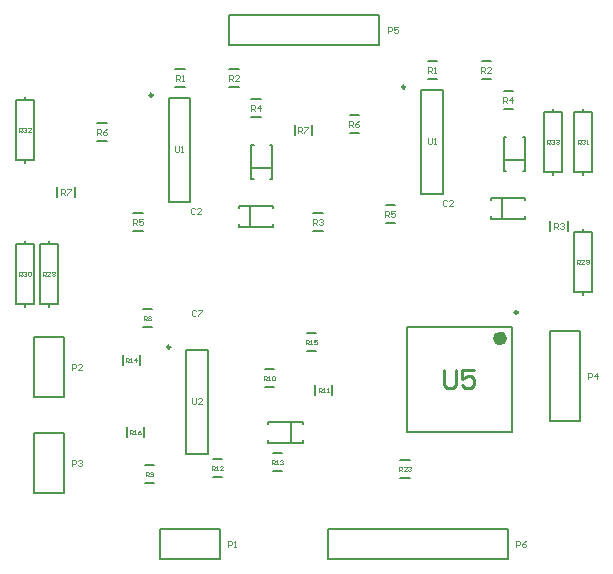
<source format=gbr>
G04 Layer_Color=65535*
%FSLAX26Y26*%
%MOIN*%
%TF.FileFunction,Legend,Top*%
%TF.Part,Single*%
G01*
G75*
%TA.AperFunction,NonConductor*%
%ADD29C,0.009842*%
%ADD30C,0.023622*%
%ADD31C,0.007874*%
%ADD32C,0.010000*%
%ADD33C,0.004000*%
%ADD34C,0.003000*%
D29*
X2327756Y2663465D02*
G03*
X2327756Y2663465I-4921J0D01*
G01*
X2703149Y1912441D02*
G03*
X2703149Y1912441I-4921J0D01*
G01*
X1485945Y2636535D02*
G03*
X1485945Y2636535I-4921J0D01*
G01*
X1544765Y1796535D02*
G03*
X1544765Y1796535I-4921J0D01*
G01*
D30*
X2655904Y1825827D02*
G03*
X2655904Y1825827I-11811J0D01*
G01*
D31*
X2381890Y2306772D02*
Y2653228D01*
X2452756Y2306772D02*
Y2653228D01*
X2381890D02*
X2452756D01*
X2381890Y2306772D02*
X2452756D01*
X1090000Y1830000D02*
X1190000D01*
Y1630000D02*
Y1830000D01*
X1090000Y1630000D02*
X1190000D01*
X1090000D02*
Y1830000D01*
Y1510000D02*
X1190000D01*
Y1310000D02*
Y1510000D01*
X1090000Y1310000D02*
X1190000D01*
X1090000D02*
Y1510000D01*
X2810000Y1550000D02*
Y1850000D01*
Y1550000D02*
X2910000D01*
Y1850000D01*
X2810000D02*
X2910000D01*
X2311810Y1419528D02*
X2343306D01*
X2311810Y1360472D02*
X2343306D01*
X2333070Y1514804D02*
Y1865196D01*
X2683464Y1514804D02*
Y1865196D01*
X2333070Y1514804D02*
X2683464D01*
X2333070Y1865196D02*
X2683464D01*
X2070000Y1090000D02*
Y1190000D01*
X2670000Y1090000D02*
Y1190000D01*
X2070000Y1090000D02*
X2670000D01*
X2070000Y1190000D02*
X2670000D01*
X1741850Y2804488D02*
Y2904488D01*
X2241850D01*
X1741850Y2804488D02*
X2241850D01*
Y2904488D01*
X1510000Y1090000D02*
Y1190000D01*
X1710000D01*
Y1090000D02*
Y1190000D01*
X1510000Y1090000D02*
X1710000D01*
X1772914Y2197636D02*
Y2205510D01*
X1887088Y2197636D02*
Y2205510D01*
Y2260630D02*
Y2268504D01*
X1772914Y2260630D02*
Y2268504D01*
X1810316Y2197636D02*
Y2268504D01*
X1772914D02*
X1887088D01*
X1772914Y2197636D02*
X1887088D01*
X1877560Y2355984D02*
X1885434D01*
X1877560Y2470156D02*
X1885434D01*
X1814568D02*
X1822442D01*
X1814568Y2355984D02*
X1822442D01*
X1814568Y2393386D02*
X1885434D01*
X1814568Y2355984D02*
Y2470156D01*
X1885434Y2355984D02*
Y2470156D01*
X2614724Y2224566D02*
Y2232440D01*
X2728898Y2224566D02*
Y2232440D01*
Y2287558D02*
Y2295434D01*
X2614724Y2287558D02*
Y2295434D01*
X2652126Y2224566D02*
Y2295434D01*
X2614724D02*
X2728898D01*
X2614724Y2224566D02*
X2728898D01*
X2719370Y2382914D02*
X2727244D01*
X2719370Y2497086D02*
X2727244D01*
X2656378D02*
X2664252D01*
X2656378Y2382914D02*
X2664252D01*
X2656378Y2420314D02*
X2727244D01*
X2656378Y2382914D02*
Y2497086D01*
X2727244Y2382914D02*
Y2497086D01*
X2869528Y2184252D02*
Y2215748D01*
X2810472Y2184252D02*
Y2215748D01*
X2402992Y2749528D02*
X2434488D01*
X2402992Y2690472D02*
X2434488D01*
X2142992Y2510472D02*
X2174488D01*
X2142992Y2569528D02*
X2174488D01*
X2262992Y2210472D02*
X2294488D01*
X2262992Y2269528D02*
X2294488D01*
X2582992Y2690472D02*
X2614488D01*
X2582992Y2749528D02*
X2614488D01*
X2656064Y2590472D02*
X2687560D01*
X2656064Y2649528D02*
X2687560D01*
X1959212Y2504252D02*
Y2535748D01*
X2018268Y2504252D02*
Y2535748D01*
X1561182Y2722598D02*
X1592678D01*
X1561182Y2663542D02*
X1592678D01*
X1741182D02*
X1772678D01*
X1741182Y2722598D02*
X1772678D01*
X2021182Y2242598D02*
X2052678D01*
X2021182Y2183542D02*
X2052678D01*
X1814252Y2563542D02*
X1845748D01*
X1814252Y2622598D02*
X1845748D01*
X1421182Y2183542D02*
X1452678D01*
X1421182Y2242598D02*
X1452678D01*
X1301182Y2483542D02*
X1332678D01*
X1301182Y2542598D02*
X1332678D01*
X1167402Y2297322D02*
Y2328818D01*
X1226458Y2297322D02*
Y2328818D01*
X1540080Y2279842D02*
Y2626298D01*
X1610946Y2279842D02*
Y2626298D01*
X1540080D02*
X1610946D01*
X1540080Y2279842D02*
X1610946D01*
X2820000Y2580000D02*
Y2589000D01*
Y2371000D02*
Y2380000D01*
Y2580000D02*
X2850000D01*
Y2380000D02*
Y2580000D01*
X2790000Y2380000D02*
X2850000D01*
X2790000D02*
Y2580000D01*
X2820000D01*
X1060000Y2620000D02*
Y2629000D01*
Y2411000D02*
Y2420000D01*
Y2620000D02*
X1090000D01*
Y2420000D02*
Y2620000D01*
X1030000Y2420000D02*
X1090000D01*
X1030000D02*
Y2620000D01*
X1060000D01*
X2920000Y2580000D02*
Y2589000D01*
Y2371000D02*
Y2380000D01*
Y2580000D02*
X2950000D01*
Y2380000D02*
Y2580000D01*
X2890000Y2380000D02*
X2950000D01*
X2890000D02*
Y2580000D01*
X2920000D01*
X1060000Y1931000D02*
Y1940000D01*
Y2140000D02*
Y2149000D01*
X1030000Y1940000D02*
X1060000D01*
X1030000D02*
Y2140000D01*
X1090000D01*
Y1940000D02*
Y2140000D01*
X1060000Y1940000D02*
X1090000D01*
X2920000Y2180000D02*
Y2189000D01*
Y1971000D02*
Y1980000D01*
Y2180000D02*
X2950000D01*
Y1980000D02*
Y2180000D01*
X2890000Y1980000D02*
X2950000D01*
X2890000D02*
Y2180000D01*
X2920000D01*
X1140000Y1931000D02*
Y1940000D01*
Y2140000D02*
Y2149000D01*
X1110000Y1940000D02*
X1140000D01*
X1110000D02*
Y2140000D01*
X1170000D01*
Y1940000D02*
Y2140000D01*
X1140000Y1940000D02*
X1170000D01*
X2000002Y1842598D02*
X2031498D01*
X2000002Y1783542D02*
X2031498D01*
X1860002Y1722598D02*
X1891498D01*
X1860002Y1663542D02*
X1891498D01*
X1686852Y1422598D02*
X1718348D01*
X1686852Y1363542D02*
X1718348D01*
X1399292Y1497322D02*
Y1528818D01*
X1458348Y1497322D02*
Y1528818D01*
X1985908Y1540630D02*
Y1548504D01*
X1871734Y1540630D02*
Y1548504D01*
Y1477636D02*
Y1485512D01*
X1985908Y1477636D02*
Y1485512D01*
X1948506Y1477636D02*
Y1548504D01*
X1871734Y1477636D02*
X1985908D01*
X1871734Y1548504D02*
X1985908D01*
X2085278Y1637322D02*
Y1668818D01*
X2026222Y1637322D02*
Y1668818D01*
X1598900Y1439842D02*
Y1786298D01*
X1669766Y1439842D02*
Y1786298D01*
X1598900D02*
X1669766D01*
X1598900Y1439842D02*
X1669766D01*
X1452442Y1863542D02*
X1483938D01*
X1452442Y1922598D02*
X1483938D01*
X1886852Y1383542D02*
X1918348D01*
X1886852Y1442598D02*
X1918348D01*
X1386222Y1737322D02*
Y1768818D01*
X1445278Y1737322D02*
Y1768818D01*
X1460002Y1343542D02*
X1491498D01*
X1460002Y1402598D02*
X1491498D01*
D32*
X2458558Y1719981D02*
Y1669997D01*
X2468555Y1660000D01*
X2488548D01*
X2498545Y1669997D01*
Y1719981D01*
X2558526D02*
X2518539D01*
Y1689990D01*
X2538532Y1699987D01*
X2548529D01*
X2558526Y1689990D01*
Y1669997D01*
X2548529Y1660000D01*
X2528535D01*
X2518539Y1669997D01*
D33*
X1618000Y1627994D02*
Y1611332D01*
X1621332Y1608000D01*
X1627997D01*
X1631329Y1611332D01*
Y1627994D01*
X1651322Y1608000D02*
X1637994D01*
X1651322Y1621329D01*
Y1624661D01*
X1647990Y1627994D01*
X1641326D01*
X1637994Y1624661D01*
X1562000Y2467994D02*
Y2451332D01*
X1565332Y2448000D01*
X1571997D01*
X1575329Y2451332D01*
Y2467994D01*
X1581994Y2448000D02*
X1588658D01*
X1585326D01*
Y2467994D01*
X1581994Y2464661D01*
X2404000Y2494994D02*
Y2478332D01*
X2407332Y2475000D01*
X2413997D01*
X2417329Y2478332D01*
Y2494994D01*
X2423994Y2475000D02*
X2430658D01*
X2427326D01*
Y2494994D01*
X2423994Y2491661D01*
X1180000Y2303000D02*
Y2322994D01*
X1189997D01*
X1193329Y2319661D01*
Y2312997D01*
X1189997Y2309664D01*
X1180000D01*
X1186665D02*
X1193329Y2303000D01*
X1199994Y2322994D02*
X1213322D01*
Y2319661D01*
X1199994Y2306332D01*
Y2303000D01*
X1972000Y2510000D02*
Y2529994D01*
X1981997D01*
X1985329Y2526661D01*
Y2519997D01*
X1981997Y2516664D01*
X1972000D01*
X1978665D02*
X1985329Y2510000D01*
X1991994Y2529994D02*
X2005322D01*
Y2526661D01*
X1991994Y2513332D01*
Y2510000D01*
X1300000Y2503000D02*
Y2522994D01*
X1309997D01*
X1313329Y2519661D01*
Y2512997D01*
X1309997Y2509664D01*
X1300000D01*
X1306665D02*
X1313329Y2503000D01*
X1333322Y2522994D02*
X1326658Y2519661D01*
X1319994Y2512997D01*
Y2506332D01*
X1323326Y2503000D01*
X1329990D01*
X1333322Y2506332D01*
Y2509664D01*
X1329990Y2512997D01*
X1319994D01*
X2142000Y2530000D02*
Y2549994D01*
X2151997D01*
X2155329Y2546661D01*
Y2539997D01*
X2151997Y2536664D01*
X2142000D01*
X2148664D02*
X2155329Y2530000D01*
X2175323Y2549994D02*
X2168658Y2546661D01*
X2161994Y2539997D01*
Y2533332D01*
X2165326Y2530000D01*
X2171990D01*
X2175323Y2533332D01*
Y2536664D01*
X2171990Y2539997D01*
X2161994D01*
X1420000Y2203000D02*
Y2222994D01*
X1429997D01*
X1433329Y2219661D01*
Y2212997D01*
X1429997Y2209664D01*
X1420000D01*
X1426665D02*
X1433329Y2203000D01*
X1453322Y2222994D02*
X1439994D01*
Y2212997D01*
X1446658Y2216329D01*
X1449990D01*
X1453322Y2212997D01*
Y2206332D01*
X1449990Y2203000D01*
X1443326D01*
X1439994Y2206332D01*
X2262000Y2230000D02*
Y2249994D01*
X2271997D01*
X2275329Y2246661D01*
Y2239997D01*
X2271997Y2236664D01*
X2262000D01*
X2268664D02*
X2275329Y2230000D01*
X2295323Y2249994D02*
X2281994D01*
Y2239997D01*
X2288658Y2243329D01*
X2291990D01*
X2295323Y2239997D01*
Y2233332D01*
X2291990Y2230000D01*
X2285326D01*
X2281994Y2233332D01*
X1813000Y2583000D02*
Y2602994D01*
X1822997D01*
X1826329Y2599661D01*
Y2592997D01*
X1822997Y2589664D01*
X1813000D01*
X1819665D02*
X1826329Y2583000D01*
X1842990D02*
Y2602994D01*
X1832994Y2592997D01*
X1846322D01*
X2655000Y2610000D02*
Y2629994D01*
X2664997D01*
X2668329Y2626661D01*
Y2619997D01*
X2664997Y2616664D01*
X2655000D01*
X2661664D02*
X2668329Y2610000D01*
X2684990D02*
Y2629994D01*
X2674994Y2619997D01*
X2688323D01*
X2020000Y2203000D02*
Y2222994D01*
X2029997D01*
X2033329Y2219661D01*
Y2212997D01*
X2029997Y2209664D01*
X2020000D01*
X2026665D02*
X2033329Y2203000D01*
X2039994Y2219661D02*
X2043326Y2222994D01*
X2049990D01*
X2053323Y2219661D01*
Y2216329D01*
X2049990Y2212997D01*
X2046658D01*
X2049990D01*
X2053323Y2209664D01*
Y2206332D01*
X2049990Y2203000D01*
X2043326D01*
X2039994Y2206332D01*
X2823000Y2190000D02*
Y2209994D01*
X2832997D01*
X2836329Y2206661D01*
Y2199997D01*
X2832997Y2196664D01*
X2823000D01*
X2829664D02*
X2836329Y2190000D01*
X2842994Y2206661D02*
X2846326Y2209994D01*
X2852990D01*
X2856323Y2206661D01*
Y2203329D01*
X2852990Y2199997D01*
X2849658D01*
X2852990D01*
X2856323Y2196664D01*
Y2193332D01*
X2852990Y2190000D01*
X2846326D01*
X2842994Y2193332D01*
X1740000Y2683000D02*
Y2702994D01*
X1749997D01*
X1753329Y2699661D01*
Y2692997D01*
X1749997Y2689664D01*
X1740000D01*
X1746665D02*
X1753329Y2683000D01*
X1773322D02*
X1759994D01*
X1773322Y2696329D01*
Y2699661D01*
X1769990Y2702994D01*
X1763326D01*
X1759994Y2699661D01*
X2582000Y2710000D02*
Y2729994D01*
X2591997D01*
X2595329Y2726661D01*
Y2719997D01*
X2591997Y2716664D01*
X2582000D01*
X2588664D02*
X2595329Y2710000D01*
X2615323D02*
X2601994D01*
X2615323Y2723329D01*
Y2726661D01*
X2611990Y2729994D01*
X2605326D01*
X2601994Y2726661D01*
X1564000Y2683000D02*
Y2702994D01*
X1573997D01*
X1577329Y2699661D01*
Y2692997D01*
X1573997Y2689664D01*
X1564000D01*
X1570665D02*
X1577329Y2683000D01*
X1583994D02*
X1590658D01*
X1587326D01*
Y2702994D01*
X1583994Y2699661D01*
X2405000Y2710000D02*
Y2729994D01*
X2414997D01*
X2418329Y2726661D01*
Y2719997D01*
X2414997Y2716664D01*
X2405000D01*
X2411664D02*
X2418329Y2710000D01*
X2424994D02*
X2431658D01*
X2428326D01*
Y2729994D01*
X2424994Y2726661D01*
X2698000Y1130000D02*
Y1149994D01*
X2707997D01*
X2711329Y1146661D01*
Y1139997D01*
X2707997Y1136665D01*
X2698000D01*
X2731323Y1149994D02*
X2724658Y1146661D01*
X2717994Y1139997D01*
Y1133332D01*
X2721326Y1130000D01*
X2727990D01*
X2731323Y1133332D01*
Y1136665D01*
X2727990Y1139997D01*
X2717994D01*
X2270000Y2844000D02*
Y2863994D01*
X2279997D01*
X2283329Y2860661D01*
Y2853997D01*
X2279997Y2850664D01*
X2270000D01*
X2303323Y2863994D02*
X2289994D01*
Y2853997D01*
X2296658Y2857329D01*
X2299990D01*
X2303323Y2853997D01*
Y2847332D01*
X2299990Y2844000D01*
X2293326D01*
X2289994Y2847332D01*
X2938000Y1690000D02*
Y1709994D01*
X2947997D01*
X2951329Y1706661D01*
Y1699997D01*
X2947997Y1696665D01*
X2938000D01*
X2967990Y1690000D02*
Y1709994D01*
X2957994Y1699997D01*
X2971323D01*
X1218000Y1400000D02*
Y1419994D01*
X1227997D01*
X1231329Y1416661D01*
Y1409997D01*
X1227997Y1406665D01*
X1218000D01*
X1237994Y1416661D02*
X1241326Y1419994D01*
X1247990D01*
X1251322Y1416661D01*
Y1413329D01*
X1247990Y1409997D01*
X1244658D01*
X1247990D01*
X1251322Y1406665D01*
Y1403332D01*
X1247990Y1400000D01*
X1241326D01*
X1237994Y1403332D01*
X1218000Y1720000D02*
Y1739994D01*
X1227997D01*
X1231329Y1736661D01*
Y1729997D01*
X1227997Y1726665D01*
X1218000D01*
X1251322Y1720000D02*
X1237994D01*
X1251322Y1733329D01*
Y1736661D01*
X1247990Y1739994D01*
X1241326D01*
X1237994Y1736661D01*
X1738000Y1130000D02*
Y1149994D01*
X1747997D01*
X1751329Y1146661D01*
Y1139997D01*
X1747997Y1136665D01*
X1738000D01*
X1757994Y1130000D02*
X1764658D01*
X1761326D01*
Y1149994D01*
X1757994Y1146661D01*
X1632329Y1917661D02*
X1628997Y1920994D01*
X1622332D01*
X1619000Y1917661D01*
Y1904332D01*
X1622332Y1901000D01*
X1628997D01*
X1632329Y1904332D01*
X1638994Y1920994D02*
X1652322D01*
Y1917661D01*
X1638994Y1904332D01*
Y1901000D01*
X1626329Y2257661D02*
X1622997Y2260994D01*
X1616332D01*
X1613000Y2257661D01*
Y2244332D01*
X1616332Y2241000D01*
X1622997D01*
X1626329Y2244332D01*
X1646322Y2241000D02*
X1632994D01*
X1646322Y2254329D01*
Y2257661D01*
X1642990Y2260994D01*
X1636326D01*
X1632994Y2257661D01*
X2468329Y2284661D02*
X2464997Y2287994D01*
X2458332D01*
X2455000Y2284661D01*
Y2271332D01*
X2458332Y2268000D01*
X2464997D01*
X2468329Y2271332D01*
X2488323Y2268000D02*
X2474994D01*
X2488323Y2281329D01*
Y2284661D01*
X2484990Y2287994D01*
X2478326D01*
X2474994Y2284661D01*
D34*
X2307558Y1383000D02*
Y1397995D01*
X2315056D01*
X2317555Y1395496D01*
Y1390498D01*
X2315056Y1387998D01*
X2307558D01*
X2312556D02*
X2317555Y1383000D01*
X2332550D02*
X2322553D01*
X2332550Y1392997D01*
Y1395496D01*
X2330051Y1397995D01*
X2325052D01*
X2322553Y1395496D01*
X2337548D02*
X2340048Y1397995D01*
X2345046D01*
X2347545Y1395496D01*
Y1392997D01*
X2345046Y1390498D01*
X2342547D01*
X2345046D01*
X2347545Y1387998D01*
Y1385499D01*
X2345046Y1383000D01*
X2340048D01*
X2337548Y1385499D01*
X1410000Y1506000D02*
Y1520995D01*
X1417498D01*
X1419997Y1518496D01*
Y1513498D01*
X1417498Y1510998D01*
X1410000D01*
X1414998D02*
X1419997Y1506000D01*
X1424995D02*
X1429994D01*
X1427494D01*
Y1520995D01*
X1424995Y1518496D01*
X1447488Y1520995D02*
X1442490Y1518496D01*
X1437491Y1513498D01*
Y1508499D01*
X1439990Y1506000D01*
X1444989D01*
X1447488Y1508499D01*
Y1510998D01*
X1444989Y1513498D01*
X1437491D01*
X1997000Y1806000D02*
Y1820995D01*
X2004498D01*
X2006997Y1818496D01*
Y1813498D01*
X2004498Y1810998D01*
X1997000D01*
X2001998D02*
X2006997Y1806000D01*
X2011995D02*
X2016994D01*
X2014494D01*
Y1820995D01*
X2011995Y1818496D01*
X2034488Y1820995D02*
X2024491D01*
Y1813498D01*
X2029490Y1815997D01*
X2031989D01*
X2034488Y1813498D01*
Y1808499D01*
X2031989Y1806000D01*
X2026990D01*
X2024491Y1808499D01*
X1397000Y1746000D02*
Y1760995D01*
X1404498D01*
X1406997Y1758496D01*
Y1753498D01*
X1404498Y1750998D01*
X1397000D01*
X1401998D02*
X1406997Y1746000D01*
X1411995D02*
X1416994D01*
X1414494D01*
Y1760995D01*
X1411995Y1758496D01*
X1431989Y1746000D02*
Y1760995D01*
X1424491Y1753498D01*
X1434488D01*
X1884000Y1406000D02*
Y1420995D01*
X1891498D01*
X1893997Y1418496D01*
Y1413498D01*
X1891498Y1410998D01*
X1884000D01*
X1888998D02*
X1893997Y1406000D01*
X1898995D02*
X1903994D01*
X1901494D01*
Y1420995D01*
X1898995Y1418496D01*
X1911491D02*
X1913990Y1420995D01*
X1918989D01*
X1921488Y1418496D01*
Y1415997D01*
X1918989Y1413498D01*
X1916490D01*
X1918989D01*
X1921488Y1410998D01*
Y1408499D01*
X1918989Y1406000D01*
X1913990D01*
X1911491Y1408499D01*
X1684000Y1386000D02*
Y1400995D01*
X1691498D01*
X1693997Y1398496D01*
Y1393498D01*
X1691498Y1390998D01*
X1684000D01*
X1688998D02*
X1693997Y1386000D01*
X1698995D02*
X1703994D01*
X1701494D01*
Y1400995D01*
X1698995Y1398496D01*
X1721488Y1386000D02*
X1711491D01*
X1721488Y1395997D01*
Y1398496D01*
X1718989Y1400995D01*
X1713990D01*
X1711491Y1398496D01*
X2040000Y1646000D02*
Y1660995D01*
X2047498D01*
X2049997Y1658496D01*
Y1653498D01*
X2047498Y1650998D01*
X2040000D01*
X2044998D02*
X2049997Y1646000D01*
X2054995D02*
X2059994D01*
X2057494D01*
Y1660995D01*
X2054995Y1658496D01*
X2067491Y1646000D02*
X2072490D01*
X2069990D01*
Y1660995D01*
X2067491Y1658496D01*
X1857000Y1686000D02*
Y1700995D01*
X1864498D01*
X1866997Y1698496D01*
Y1693498D01*
X1864498Y1690998D01*
X1857000D01*
X1861998D02*
X1866997Y1686000D01*
X1871995D02*
X1876994D01*
X1874494D01*
Y1700995D01*
X1871995Y1698496D01*
X1884491D02*
X1886990Y1700995D01*
X1891989D01*
X1894488Y1698496D01*
Y1688499D01*
X1891989Y1686000D01*
X1886990D01*
X1884491Y1688499D01*
Y1698496D01*
X1463000Y1366000D02*
Y1380995D01*
X1470498D01*
X1472997Y1378496D01*
Y1373498D01*
X1470498Y1370998D01*
X1463000D01*
X1467998D02*
X1472997Y1366000D01*
X1477995Y1368499D02*
X1480494Y1366000D01*
X1485493D01*
X1487992Y1368499D01*
Y1378496D01*
X1485493Y1380995D01*
X1480494D01*
X1477995Y1378496D01*
Y1375997D01*
X1480494Y1373498D01*
X1487992D01*
X1456000Y1886000D02*
Y1900995D01*
X1463498D01*
X1465997Y1898496D01*
Y1893498D01*
X1463498Y1890998D01*
X1456000D01*
X1460998D02*
X1465997Y1886000D01*
X1470995Y1898496D02*
X1473494Y1900995D01*
X1478493D01*
X1480992Y1898496D01*
Y1895997D01*
X1478493Y1893498D01*
X1480992Y1890998D01*
Y1888499D01*
X1478493Y1886000D01*
X1473494D01*
X1470995Y1888499D01*
Y1890998D01*
X1473494Y1893498D01*
X1470995Y1895997D01*
Y1898496D01*
X1473494Y1893498D02*
X1478493D01*
X1120000Y2033000D02*
Y2047995D01*
X1127498D01*
X1129997Y2045496D01*
Y2040498D01*
X1127498Y2037998D01*
X1120000D01*
X1124998D02*
X1129997Y2033000D01*
X1144992D02*
X1134995D01*
X1144992Y2042997D01*
Y2045496D01*
X1142493Y2047995D01*
X1137494D01*
X1134995Y2045496D01*
X1149990D02*
X1152490Y2047995D01*
X1157488D01*
X1159987Y2045496D01*
Y2042997D01*
X1157488Y2040498D01*
X1159987Y2037998D01*
Y2035499D01*
X1157488Y2033000D01*
X1152490D01*
X1149990Y2035499D01*
Y2037998D01*
X1152490Y2040498D01*
X1149990Y2042997D01*
Y2045496D01*
X1152490Y2040498D02*
X1157488D01*
X2900000Y2073000D02*
Y2087995D01*
X2907498D01*
X2909997Y2085496D01*
Y2080498D01*
X2907498Y2077998D01*
X2900000D01*
X2904998D02*
X2909997Y2073000D01*
X2924992D02*
X2914995D01*
X2924992Y2082997D01*
Y2085496D01*
X2922493Y2087995D01*
X2917494D01*
X2914995Y2085496D01*
X2929990Y2075499D02*
X2932490Y2073000D01*
X2937488D01*
X2939987Y2075499D01*
Y2085496D01*
X2937488Y2087995D01*
X2932490D01*
X2929990Y2085496D01*
Y2082997D01*
X2932490Y2080498D01*
X2939987D01*
X1040000Y2033000D02*
Y2047995D01*
X1047498D01*
X1049997Y2045496D01*
Y2040498D01*
X1047498Y2037998D01*
X1040000D01*
X1044998D02*
X1049997Y2033000D01*
X1054995Y2045496D02*
X1057494Y2047995D01*
X1062493D01*
X1064992Y2045496D01*
Y2042997D01*
X1062493Y2040498D01*
X1059994D01*
X1062493D01*
X1064992Y2037998D01*
Y2035499D01*
X1062493Y2033000D01*
X1057494D01*
X1054995Y2035499D01*
X1069990Y2045496D02*
X1072490Y2047995D01*
X1077488D01*
X1079987Y2045496D01*
Y2035499D01*
X1077488Y2033000D01*
X1072490D01*
X1069990Y2035499D01*
Y2045496D01*
X2903000Y2473000D02*
Y2487995D01*
X2910498D01*
X2912997Y2485496D01*
Y2480498D01*
X2910498Y2477998D01*
X2903000D01*
X2907998D02*
X2912997Y2473000D01*
X2917995Y2485496D02*
X2920494Y2487995D01*
X2925493D01*
X2927992Y2485496D01*
Y2482997D01*
X2925493Y2480498D01*
X2922994D01*
X2925493D01*
X2927992Y2477998D01*
Y2475499D01*
X2925493Y2473000D01*
X2920494D01*
X2917995Y2475499D01*
X2932990Y2473000D02*
X2937989D01*
X2935490D01*
Y2487995D01*
X2932990Y2485496D01*
X1040000Y2513000D02*
Y2527995D01*
X1047498D01*
X1049997Y2525496D01*
Y2520498D01*
X1047498Y2517998D01*
X1040000D01*
X1044998D02*
X1049997Y2513000D01*
X1054995Y2525496D02*
X1057494Y2527995D01*
X1062493D01*
X1064992Y2525496D01*
Y2522997D01*
X1062493Y2520498D01*
X1059994D01*
X1062493D01*
X1064992Y2517998D01*
Y2515499D01*
X1062493Y2513000D01*
X1057494D01*
X1054995Y2515499D01*
X1079987Y2513000D02*
X1069990D01*
X1079987Y2522997D01*
Y2525496D01*
X1077488Y2527995D01*
X1072490D01*
X1069990Y2525496D01*
X2800000Y2473000D02*
Y2487995D01*
X2807498D01*
X2809997Y2485496D01*
Y2480498D01*
X2807498Y2477998D01*
X2800000D01*
X2804998D02*
X2809997Y2473000D01*
X2814995Y2485496D02*
X2817494Y2487995D01*
X2822493D01*
X2824992Y2485496D01*
Y2482997D01*
X2822493Y2480498D01*
X2819994D01*
X2822493D01*
X2824992Y2477998D01*
Y2475499D01*
X2822493Y2473000D01*
X2817494D01*
X2814995Y2475499D01*
X2829990Y2485496D02*
X2832490Y2487995D01*
X2837488D01*
X2839987Y2485496D01*
Y2482997D01*
X2837488Y2480498D01*
X2834989D01*
X2837488D01*
X2839987Y2477998D01*
Y2475499D01*
X2837488Y2473000D01*
X2832490D01*
X2829990Y2475499D01*
%TF.MD5,b6cc33cdda19088bd958e79857d43098*%
M02*

</source>
